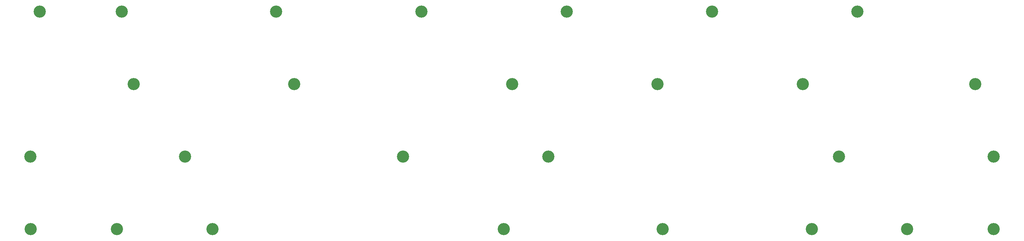
<source format=gbs>
G04 #@! TF.GenerationSoftware,KiCad,Pcbnew,7.0.7-7.0.7~ubuntu23.04.1*
G04 #@! TF.CreationDate,2023-08-23T01:16:29+00:00*
G04 #@! TF.ProjectId,plate,706c6174-652e-46b6-9963-61645f706362,rev?*
G04 #@! TF.SameCoordinates,Original*
G04 #@! TF.FileFunction,Soldermask,Bot*
G04 #@! TF.FilePolarity,Negative*
%FSLAX46Y46*%
G04 Gerber Fmt 4.6, Leading zero omitted, Abs format (unit mm)*
G04 Created by KiCad (PCBNEW 7.0.7-7.0.7~ubuntu23.04.1) date 2023-08-23 01:16:29*
%MOMM*%
%LPD*%
G01*
G04 APERTURE LIST*
%ADD10C,3.200000*%
G04 APERTURE END LIST*
D10*
X21745000Y-120272500D03*
X269395000Y-82172500D03*
X162238750Y-63122500D03*
X187430500Y-120272500D03*
X90801250Y-82172500D03*
X157476250Y-101222500D03*
X224151250Y-82172500D03*
X226531704Y-120272500D03*
X200338750Y-63122500D03*
X233676250Y-101222500D03*
X186051250Y-82172500D03*
X145758625Y-120272149D03*
X21670000Y-101222500D03*
X274157500Y-120272500D03*
X48745000Y-82172500D03*
X251535625Y-120272500D03*
X45557500Y-63122500D03*
X86038750Y-63122500D03*
X62226250Y-101222500D03*
X24126250Y-63122500D03*
X69370000Y-120272500D03*
X44366875Y-120272500D03*
X238438750Y-63122500D03*
X147976250Y-82172500D03*
X119376250Y-101222500D03*
X124138750Y-63122500D03*
X274157500Y-101222500D03*
M02*

</source>
